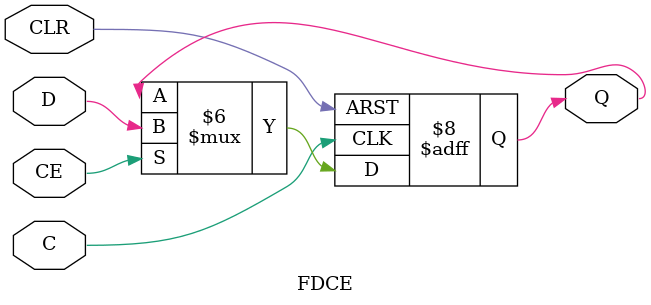
<source format=v>

`timescale  1 ps / 1 ps

`celldefine 

module FDCE #(
           parameter [0:0] INIT = 1'b0
       )(
           output reg Q,

           input C,
           input CE,
           input CLR,
           input D
       );


initial begin
    Q = INIT;
end


always @(posedge C or posedge CLR)
begin
    if(CLR==1'b1)
        Q <= 1'b0;
    else if (CE == 1'b1)
        Q <= D;
    else
        Q <= Q;
end


endmodule


</source>
